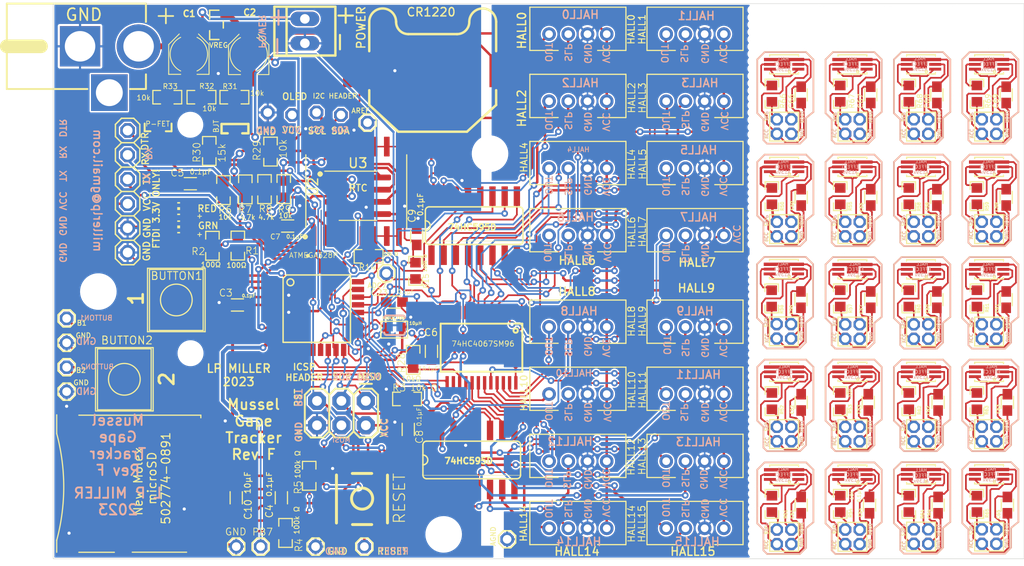
<source format=kicad_pcb>
(kicad_pcb (version 20211014) (generator pcbnew)

  (general
    (thickness 1.6)
  )

  (paper "A4")
  (layers
    (0 "F.Cu" signal)
    (31 "B.Cu" signal)
    (32 "B.Adhes" user "B.Adhesive")
    (33 "F.Adhes" user "F.Adhesive")
    (34 "B.Paste" user)
    (35 "F.Paste" user)
    (36 "B.SilkS" user "B.Silkscreen")
    (37 "F.SilkS" user "F.Silkscreen")
    (38 "B.Mask" user)
    (39 "F.Mask" user)
    (40 "Dwgs.User" user "User.Drawings")
    (41 "Cmts.User" user "User.Comments")
    (42 "Eco1.User" user "User.Eco1")
    (43 "Eco2.User" user "User.Eco2")
    (44 "Edge.Cuts" user)
    (45 "Margin" user)
    (46 "B.CrtYd" user "B.Courtyard")
    (47 "F.CrtYd" user "F.Courtyard")
    (48 "B.Fab" user)
    (49 "F.Fab" user)
    (50 "User.1" user)
    (51 "User.2" user)
    (52 "User.3" user)
    (53 "User.4" user)
    (54 "User.5" user)
    (55 "User.6" user)
    (56 "User.7" user)
    (57 "User.8" user)
    (58 "User.9" user)
  )

  (setup
    (stackup
      (layer "F.SilkS" (type "Top Silk Screen"))
      (layer "F.Paste" (type "Top Solder Paste"))
      (layer "F.Mask" (type "Top Solder Mask") (thickness 0.01))
      (layer "F.Cu" (type "copper") (thickness 0.035))
      (layer "dielectric 1" (type "core") (thickness 1.51) (material "FR4") (epsilon_r 4.5) (loss_tangent 0.02))
      (layer "B.Cu" (type "copper") (thickness 0.035))
      (layer "B.Mask" (type "Bottom Solder Mask") (thickness 0.01))
      (layer "B.Paste" (type "Bottom Solder Paste"))
      (layer "B.SilkS" (type "Bottom Silk Screen"))
      (copper_finish "None")
      (dielectric_constraints no)
    )
    (pad_to_mask_clearance 0.0508)
    (grid_origin 116.0124 80.3094)
    (pcbplotparams
      (layerselection 0x00010fc_ffffffff)
      (disableapertmacros false)
      (usegerberextensions false)
      (usegerberattributes true)
      (usegerberadvancedattributes true)
      (creategerberjobfile true)
      (svguseinch false)
      (svgprecision 6)
      (excludeedgelayer true)
      (plotframeref false)
      (viasonmask false)
      (mode 1)
      (useauxorigin false)
      (hpglpennumber 1)
      (hpglpenspeed 20)
      (hpglpendiameter 15.000000)
      (dxfpolygonmode true)
      (dxfimperialunits true)
      (dxfusepcbnewfont true)
      (psnegative false)
      (psa4output false)
      (plotreference true)
      (plotvalue true)
      (plotinvisibletext false)
      (sketchpadsonfab false)
      (subtractmaskfromsilk false)
      (outputformat 1)
      (mirror false)
      (drillshape 1)
      (scaleselection 1)
      (outputdirectory "")
    )
  )

  (net 0 "")
  (net 1 "GND")
  (net 2 "VCC")
  (net 3 "/HALL0_VCC")
  (net 4 "/HALL0_VOUT")
  (net 5 "/HALL0_GND")
  (net 6 "/~{SLEEP0}")
  (net 7 "/HALL1_VCC")
  (net 8 "/HALL1_VOUT")
  (net 9 "/HALL1_GND")
  (net 10 "/~{SLEEP1}")
  (net 11 "/HALL2_VCC")
  (net 12 "/HALL2_VOUT")
  (net 13 "/HALL2_GND")
  (net 14 "/~{SLEEP2}")
  (net 15 "/HALL3_VCC")
  (net 16 "/HALL3_VOUT")
  (net 17 "/HALL3_GND")
  (net 18 "/~{SLEEP3}")
  (net 19 "/HALL4_VCC")
  (net 20 "/HALL4_VOUT")
  (net 21 "/HALL4_GND")
  (net 22 "/~{SLEEP4}")
  (net 23 "/HALL5_VCC")
  (net 24 "/HALL5_VOUT")
  (net 25 "/HALL5_GND")
  (net 26 "/~{SLEEP5}")
  (net 27 "/HALL6_VCC")
  (net 28 "/HALL6_VOUT")
  (net 29 "/HALL6_GND")
  (net 30 "/~{SLEEP6}")
  (net 31 "/HALL7_VCC")
  (net 32 "/HALL7_VOUT")
  (net 33 "/HALL7_GND")
  (net 34 "/~{SLEEP7}")
  (net 35 "/HALL8_VCC")
  (net 36 "/HALL8_VOUT")
  (net 37 "/HALL8_GND")
  (net 38 "/~{SLEEP8}")
  (net 39 "/HALL9_VCC")
  (net 40 "/HALL9_VOUT")
  (net 41 "/HALL9_GND")
  (net 42 "/~{SLEEP9}")
  (net 43 "/HALL10_VCC")
  (net 44 "/HALL10_VOUT")
  (net 45 "/HALL10_GND")
  (net 46 "/~{SLEEP10}")
  (net 47 "/HALL11_VCC")
  (net 48 "/HALL11_VOUT")
  (net 49 "/HALL11_GND")
  (net 50 "/~{SLEEP11}")
  (net 51 "/HALL12_VCC")
  (net 52 "/HALL12_VOUT")
  (net 53 "/HALL12_GND")
  (net 54 "/~{SLEEP12}")
  (net 55 "/HALL13_VCC")
  (net 56 "/HALL13_VOUT")
  (net 57 "/HALL13_GND")
  (net 58 "/~{SLEEP13}")
  (net 59 "/HALL14_VCC")
  (net 60 "/HALL14_VOUT")
  (net 61 "/HALL14_GND")
  (net 62 "/~{SLEEP14}")
  (net 63 "/HALL15_VCC")
  (net 64 "/HALL15_VOUT")
  (net 65 "/HALL15_GND")
  (net 66 "/~{SLEEP15}")
  (net 67 "/HALL16_VCC")
  (net 68 "/HALL16_VOUT")
  (net 69 "/HALL16_GND")
  (net 70 "/~{SLEEP16}")
  (net 71 "/HALL17_VCC")
  (net 72 "/HALL17_VOUT")
  (net 73 "/HALL17_GND")
  (net 74 "/~{SLEEP17}")
  (net 75 "/HALL18_VCC")
  (net 76 "/HALL18_VOUT")
  (net 77 "/HALL18_GND")
  (net 78 "/~{SLEEP18}")
  (net 79 "/HALL19_VCC")
  (net 80 "/HALL19_VOUT")
  (net 81 "/HALL19_GND")
  (net 82 "/~{SLEEP19}")
  (net 83 "Net-(BJT0-Pad1)")
  (net 84 "/GATE")
  (net 85 "/VRAW1")
  (net 86 "/DTR")
  (net 87 "/RESET")
  (net 88 "/CS_SHIFT_REG")
  (net 89 "/AVCC")
  (net 90 "/AGND")
  (net 91 "/VBAT")
  (net 92 "/HALL0_~{SLEEP}")
  (net 93 "/HALL0_OUTPUT")
  (net 94 "/HALL0_~{SLEEP_IN}")
  (net 95 "/HALL1_~{SLEEP}")
  (net 96 "/HALL1_OUTPUT")
  (net 97 "/HALL1_~{SLEEP_IN}")
  (net 98 "/HALL2_~{SLEEP}")
  (net 99 "/HALL2_OUTPUT")
  (net 100 "/HALL2_~{SLEEP_IN}")
  (net 101 "/HALL3_~{SLEEP}")
  (net 102 "/HALL3_OUTPUT")
  (net 103 "/HALL3_~{SLEEP_IN}")
  (net 104 "/HALL4_~{SLEEP}")
  (net 105 "/HALL4_OUTPUT")
  (net 106 "/HALL4_~{SLEEP_IN}")
  (net 107 "/HALL5_~{SLEEP}")
  (net 108 "/HALL5_OUTPUT")
  (net 109 "/HALL5_~{SLEEP_IN}")
  (net 110 "/HALL6_~{SLEEP}")
  (net 111 "/HALL6_OUTPUT")
  (net 112 "/HALL6_~{SLEEP_IN}")
  (net 113 "/HALL7_~{SLEEP}")
  (net 114 "/HALL7_OUTPUT")
  (net 115 "/HALL7_~{SLEEP_IN}")
  (net 116 "/HALL8_~{SLEEP}")
  (net 117 "/HALL8_OUTPUT")
  (net 118 "/HALL8_~{SLEEP_IN}")
  (net 119 "/HALL9_~{SLEEP}")
  (net 120 "/HALL9_OUTPUT")
  (net 121 "/HALL9_~{SLEEP_IN}")
  (net 122 "/HALL10_~{SLEEP}")
  (net 123 "/HALL10_OUTPUT")
  (net 124 "/HALL10_~{SLEEP_IN}")
  (net 125 "/HALL11_~{SLEEP}")
  (net 126 "/HALL11_OUTPUT")
  (net 127 "/HALL11_~{SLEEP_IN}")
  (net 128 "/HALL12_~{SLEEP}")
  (net 129 "/HALL12_OUTPUT")
  (net 130 "/HALL12_~{SLEEP_IN}")
  (net 131 "/HALL13_~{SLEEP}")
  (net 132 "/HALL13_OUTPUT")
  (net 133 "/HALL13_~{SLEEP_IN}")
  (net 134 "/HALL14_~{SLEEP}")
  (net 135 "/HALL14_OUTPUT")
  (net 136 "/HALL14_~{SLEEP_IN}")
  (net 137 "/HALL15_~{SLEEP}")
  (net 138 "/HALL15_OUTPUT")
  (net 139 "/HALL15_~{SLEEP_IN}")
  (net 140 "/HALL16_~{SLEEP_IN}")
  (net 141 "/HALL17_~{SLEEP_IN}")
  (net 142 "/HALL18_~{SLEEP_IN}")
  (net 143 "/HALL19_~{SLEEP_IN}")
  (net 144 "/MISO")
  (net 145 "/SCK")
  (net 146 "/MOSI")
  (net 147 "/TO_FTDI_TX")
  (net 148 "unconnected-(U3-Pad3)")
  (net 149 "unconnected-(U3-Pad4)")
  (net 150 "/TO_FTDI_RX")
  (net 151 "Net-(LED1-PadA)")
  (net 152 "Net-(LED2-PadA)")
  (net 153 "/SCL")
  (net 154 "/SDA")
  (net 155 "Net-(P-FET0-Pad3)")
  (net 156 "/PB7")
  (net 157 "/LED_RED")
  (net 158 "/LED_GRN")
  (net 159 "Net-(R4-Pad1)")
  (net 160 "Net-(R5-Pad1)")
  (net 161 "/32KHZ")
  (net 162 "/SHIFT_CLEAR")
  (net 163 "/ANALOG_0")
  (net 164 "/MUX_~{EN}")
  (net 165 "/BATT_MONITOR")
  (net 166 "/BATT_MONITOR_EN")
  (net 167 "unconnected-(RESET0-PadP$1)")
  (net 168 "unconnected-(RESET0-PadP$3)")
  (net 169 "Net-(SHIFT_0-Pad9)")
  (net 170 "unconnected-(SHIFT_1-Pad9)")
  (net 171 "unconnected-(U$1-PadCARD_DETECT1)")
  (net 172 "unconnected-(U$1-PadCARD_DETECT2)")
  (net 173 "/CS_SD")
  (net 174 "/MUX_S0")
  (net 175 "/MUX_S1")
  (net 176 "/MUX_S3")
  (net 177 "/MUX_S2")
  (net 178 "/BUTTON1")
  (net 179 "/BUTTON2")
  (net 180 "/AREF")
  (net 181 "unconnected-(U2-Pad3)")
  (net 182 "unconnected-(U2-Pad4)")
  (net 183 "unconnected-(U2-Pad10)")
  (net 184 "unconnected-(UNK2,1MM_JACK0-PadP$3)")
  (net 185 "unconnected-(BUTTON2-PadP)")
  (net 186 "unconnected-(BUTTON2-PadS)")
  (net 187 "unconnected-(BUTTON1-PadP)")
  (net 188 "unconnected-(BUTTON1-PadS)")

  (footprint "Mousebite_0.02in_x_0.03in_spacing" (layer "F.Cu") (at 172.4494 123.3594))

  (footprint "Mousebite_0.02in_x_0.03in_spacing" (layer "F.Cu") (at 195.4124 123.3344))

  (footprint "0603" (layer "F.Cu") (at 183.0705 96.3297 90))

  (footprint "R0603" (layer "F.Cu") (at 187.0329 106.8453 90))

  (footprint (layer "F.Cu") (at 184.846682 92.7844))

  (footprint (layer "F.Cu") (at 184.9874 92.0344))

  (footprint "SOT23-3" (layer "F.Cu") (at 108.9 88.75 180))

  (footprint (layer "F.Cu") (at 192.024 79.1094))

  (footprint (layer "F.Cu") (at 170.775082 114.973086))

  (footprint "2X2_1.5MM" (layer "F.Cu") (at 181.1655 110.2997 180))

  (footprint "Mousebite_0.02in_x_0.03in_spacing" (layer "F.Cu") (at 177.7492 131.7844 90))

  (footprint "A139*_HALL_EFFECT" (layer "F.Cu") (at 174.0535 125.1841 90))

  (footprint "R0603" (layer "F.Cu") (at 179.8955 85.5347 90))

  (footprint (layer "F.Cu") (at 177.7492 79.0844))

  (footprint "2X2_1.5MM" (layer "F.Cu") (at 181.1655 99.6317 180))

  (footprint "SOT95P237X112-3N" (layer "F.Cu") (at 114.975 78.375 90))

  (footprint (layer "F.Cu") (at 177.6124 92.0594))

  (footprint "A139*_HALL_EFFECT" (layer "F.Cu") (at 195.3895 93.1547 90))

  (footprint "R0603" (layer "F.Cu") (at 121.975 95.475 90))

  (footprint (layer "F.Cu") (at 184.8358 76.8604))

  (footprint "Mousebite_0.02in_x_0.03in_spacing" (layer "F.Cu") (at 184.8612 85.2474 90))

  (footprint (layer "F.Cu") (at 170.724282 92.036886))

  (footprint (layer "F.Cu") (at 197.7124 123.3094))

  (footprint "R0603" (layer "F.Cu") (at 134.8105 117.3101))

  (footprint "R0603" (layer "F.Cu") (at 187.0329 128.2321 90))

  (footprint "1X01_SMALL" (layer "F.Cu") (at 130.3655 132.6771))

  (footprint "STAND-OFF" (layer "F.Cu") (at 102.6795 106.1341))

  (footprint "Mousebite_0.02in_x_0.03in_spacing" (layer "F.Cu") (at 180.1244 123.3344))

  (footprint "PUSHBUTTON_DPST_SMD" (layer "F.Cu") (at 105.3846 115.2652))

  (footprint "A139*_HALL_EFFECT" (layer "F.Cu") (at 195.3895 103.8227 90))

  (footprint "R0603" (layer "F.Cu") (at 194.1195 128.2321 90))

  (footprint (layer "F.Cu") (at 170.775082 124.879086))

  (footprint "JST-PH-4-THM" (layer "F.Cu") (at 152.5905 100.2921))

  (footprint "A139*_HALL_EFFECT" (layer "F.Cu") (at 188.3029 103.8227 90))

  (footprint "Mousebite_0.02in_x_0.03in_spacing" (layer "F.Cu") (at 183.9374 123.3344))

  (footprint (layer "F.Cu") (at 191.984082 104.2594))

  (footprint (layer "F.Cu") (at 191.958682 113.449086))

  (footprint "R0603" (layer "F.Cu") (at 194.1195 106.8453 90))

  (footprint "0603" (layer "F.Cu") (at 175.8061 106.9723 90))

  (footprint "Mousebite_0.02in_x_0.03in_spacing" (layer "F.Cu") (at 170.7896 121.0818 90))

  (footprint "Mousebite_0.02in_x_0.03in_spacing" (layer "F.Cu") (at 191.9986 110.3844 90))

  (footprint (layer "F.Cu") (at 191.9732 81.4578))

  (footprint "A139*_HALL_EFFECT" (layer "F.Cu") (at 181.1655 93.1547 90))

  (footprint "1X01_SMALL" (layer "F.Cu") (at 132.6515 104.2291))

  (footprint "Mousebite_0.02in_x_0.03in_spacing" (layer "F.Cu") (at 187.7494 91.3344))

  (footprint "A139*_HALL_EFFECT" (layer "F.Cu") (at 181.1655 125.1841 90))

  (footprint "JST-PH-4-THM" (layer "F.Cu") (at 164.7825 109.8171))

  (footprint "Mousebite_0.02in_x_0.03in_spacing" (layer "F.Cu") (at 177.7492 121.0564 90))

  (footprint (layer "F.Cu") (at 197.8374 101.9844))

  (footprint "SO16" (layer "F.Cu") (at 141.5415 123.6601))

  (footprint "PANASONIC_B" (layer "F.Cu") (at 112.1 81.425 90))

  (footprint (layer "F.Cu") (at 170.724282 93.560886))

  (footprint "Mousebite_0.02in_x_0.03in_spacing" (layer "F.Cu") (at 184.8612 89.0594 90))

  (footprint (layer "F.Cu") (at 191.984082 103.4844))

  (footprint "0603" (layer "F.Cu") (at 134.9375 120.4851 90))

  (footprint "I_0805" (layer "F.Cu") (at 133.4643 110.0965))

  (footprint "R0603" (layer "F.Cu") (at 130.81 102.4636 180))

  (footprint "Mousebite_0.02in_x_0.03in_spacing" (layer "F.Cu") (at 195.3744 91.3344))

  (footprint "PUSHBUTTON_SPST_PTS525_SERIES" (layer "F.Cu") (at 130.1115 127.7241 90))

  (footprint "SOT23" (layer "F.Cu") (at 116.9 88.9 180))

  (footprint "Mousebite_0.02in_x_0.03in_spacing" (layer "F.Cu") (at 183.9244 91.3344))

  (footprint "JST-PH-4-THM" (layer "F.Cu") (at 152.5905 116.8021))

  (footprint "CHIPLED_0805" (layer "F.Cu") (at 111.1885 99.4031 90))

  (footprint "PUSHBUTTON_DPST_SMD" (layer "F.Cu") (at 110.7948 107.0102))

  (footprint "2X3" (layer "F.Cu") (at 127.9779 117.5133 180))

  (footprint "2X2_1.5MM" (layer "F.Cu") (at 181.1655 120.9677 180))

  (footprint (layer "F.Cu") (at 184.8612 82.1844))

  (footprint "Mousebite_0.02in_x_0.03in_spacing" (layer "F.Cu") (at 191.9874 106.5594 90))

  (footprint "STAND-OFF_M2" (layer "F.Cu") (at 112.25 88.775))

  (footprint "Mousebite_0.02in_x_0.03in_spacing" (layer "F.Cu") (at 177.7492 95.8724 90))

  (footprint (layer "F.Cu") (at 198.3624 80.6844))

  (footprint (layer "F.Cu") (at 184.8612 81.3844))

  (footprint (layer "F.Cu") (at 177.734682 125.6594))

  (footprint "2X2_1.5MM" (layer "F.Cu")
    (tedit 0) (tstamp 3ae5ec8e-8ae1-4d72-8e81-1847a30fde20)
    (at 174.0535 131.6611 180)
    (descr "2X2 header 1.5mm pitch<p>\n0.8mm drill")
    (property "Sheetfile" "File: MusselGapeTracker_RevF.kicad_sch")
    (property "Sheetname" "")
    (path "/f38010b9-71b2-49b7-b84c-769f6c915b08")
    (fp_text reference "HALL1_HEADER0" (at -1.5 -1.495 180) (layer "F.SilkS") hide
      (effects (font (size 0.54864 0.54864) (thickness 0.06096)) (justify right top))
      (tstamp 78ed5e81-60a6-472b-a50a-8484969bde69)
    )
    (fp_text value "PINHD-2X21.5MM_SILK" (at -1.715 2.2 180) (layer "F.Fab") hide
      (effects (font (size 0.54864 0.54864) (thickness 0.06096)) (justify right top))
      (tstamp bca34055-2504-479b-8803-7b5bdac743c8)
    )
    (fp_line (start -1.5 -1.5) (end 1.5 -1.5) (layer "F.SilkS") (width 0.127) (tstamp 304c7f54-3461-48cb-918f-c7b32125831f))
    (fp_line (start 1.5 1.5) (end -1.5 1.5) (layer "F.SilkS") (width 0.127) (tstamp 4e34da45-ffb8-43ea-9ab8-283d5358a964))
    (fp_line (start 1.5 -1.5) (end 1.5 1.5) (layer "F.SilkS") (width 0.127) (tstamp 848a4cea-ca7d-4c7e-a86b-75c5f4b72958))
    (fp_line (start -1.5 1.5) (end -1.5 -1.5) (layer "F.SilkS") (width 0.127) (tstamp f8ba0786-f46e-4ba4-b2f9-3677fa189286))
    (fp_poly (pts
        (xy -0.8 -0.45)
        (xy -0.45 -0.45)
        (xy -0.45 -0.8)
        (xy -0.8 -0.8)
      ) (layer "F.Fab") (width 0) (fill solid) (tstamp 673655bc-621b-4b62-b616-e8f142f076a4))
    (fp_poly (pts
        (xy 0.45 -0.45)
        (xy 0.8 -0.45)
        (xy 0.8 -0.8)
        (xy 0.45 -0.8)
      ) (layer "F.Fab") (width 0) (fill solid) (tstamp ccc3346e-d8d5-4daa-ac2a-356190396587))
    (fp_poly (pts
        (xy 0.45 0.8)
        (xy 0.8 0.8)
        (xy 0.8 0.45)
        (xy 0.45 0.45)
      ) (layer "F.Fab") (width 0) (fill solid) (tstamp e5396663-9ebc-4c3d-bf7c-31edf8b66683))
    (fp_poly (pts
        (xy -0.8 0.8)
        (xy -0.45 0.8)
        (xy -0.45 0.45)
        (xy -0.8 0.45)
      ) (layer "F.Fab") (width 0) (fill solid) (tstamp e623dcf8-626e-4039-8623-16c521462db0))
    (pad "P$1" thru_hole roundrect (at -0.75 -0.75 180) (size 1.27 1.27) (drill 0.8) (layers *.Cu *.Mask) (roundrect_rratio 0.25)
      (chamfer_ratio 0.2928932188) (chamfer top_left top_right bottom_left bottom_right)
      (net 9 "/HALL1_GND") (pinfuncti
... [1765547 chars truncated]
</source>
